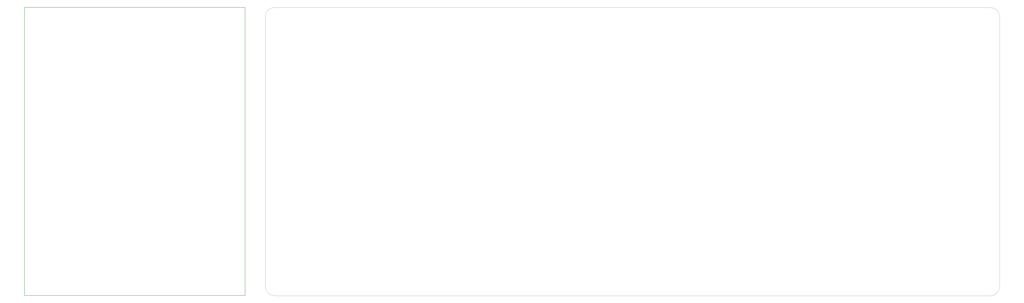
<source format=gbr>
%TF.GenerationSoftware,KiCad,Pcbnew,9.0.2+dfsg-1*%
%TF.CreationDate,2025-07-08T19:26:09-07:00*%
%TF.ProjectId,signalmesh,7369676e-616c-46d6-9573-682e6b696361,rev?*%
%TF.SameCoordinates,Original*%
%TF.FileFunction,Profile,NP*%
%FSLAX46Y46*%
G04 Gerber Fmt 4.6, Leading zero omitted, Abs format (unit mm)*
G04 Created by KiCad (PCBNEW 9.0.2+dfsg-1) date 2025-07-08 19:26:09*
%MOMM*%
%LPD*%
G01*
G04 APERTURE LIST*
%TA.AperFunction,Profile*%
%ADD10C,0.200000*%
%TD*%
%TA.AperFunction,Profile*%
%ADD11C,0.050000*%
%TD*%
G04 APERTURE END LIST*
D10*
X56000000Y-29500000D02*
X172500000Y-29500000D01*
X172500000Y-181750000D01*
X56000000Y-181750000D01*
X56000000Y-29500000D01*
D11*
X183184287Y-34500000D02*
G75*
G02*
X188000000Y-29574531I4926720J0D01*
G01*
X566000000Y-29625468D02*
G75*
G02*
X571005879Y-34620198I11204J-4994662D01*
G01*
X183135534Y-176750000D02*
X183184287Y-34500000D01*
X188135534Y-181881690D02*
G75*
G02*
X183135534Y-176750000I0J5001690D01*
G01*
X188000000Y-29574531D02*
X566000000Y-29625468D01*
X566000000Y-181880000D02*
X188135534Y-181880000D01*
X571000000Y-176880000D02*
G75*
G02*
X566000000Y-181880000I-5000000J0D01*
G01*
X571011301Y-34620198D02*
X571000000Y-176880000D01*
M02*

</source>
